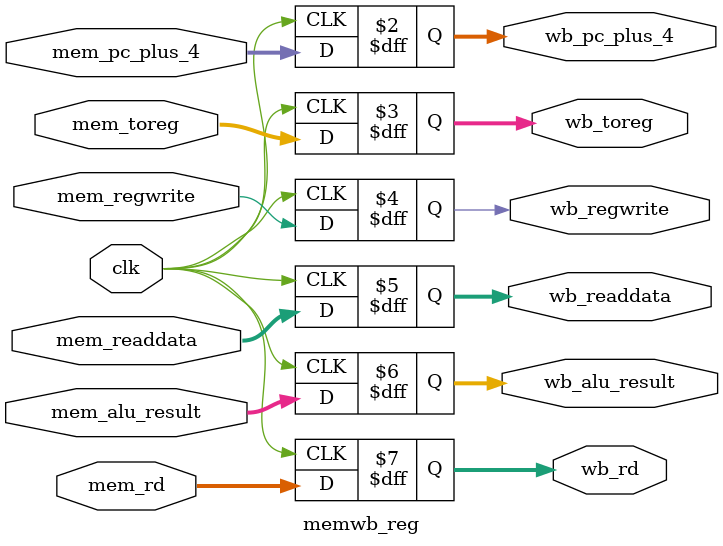
<source format=v>

/* This module is the MEM/WB stage pipeline registers.
*  It takes MEM stage outputs and passes to the WB stage
*/


module memwb_reg #(
  parameter DATA_WIDTH = 32
)(
  input clk,

  //////////////////////////////////////
  // output of mem stage
  //////////////////////////////////////
  input [DATA_WIDTH-1:0] mem_pc_plus_4,

  // wb control
  input [1:0] mem_toreg,
  input mem_regwrite,
  
  input [DATA_WIDTH-1:0] mem_readdata,
  input [DATA_WIDTH-1:0] mem_alu_result,
  input [4:0] mem_rd,
  
  //////////////////////////////////////
  // input to wb stage
  //////////////////////////////////////
  output reg [DATA_WIDTH-1:0] wb_pc_plus_4,

  // wb control
  output reg [1:0] wb_toreg,
  output reg wb_regwrite,
  
  output reg [DATA_WIDTH-1:0] wb_readdata,
  output reg [DATA_WIDTH-1:0] wb_alu_result,
  output reg [4:0] wb_rd
);

//////////////////////////////////////////////////////////////
// Write your code here
//////////////////////////////////////////////////////////////

always @(posedge clk) begin
  wb_pc_plus_4 <= mem_pc_plus_4;
  
  wb_toreg <= mem_toreg;
  wb_regwrite <= mem_regwrite;

  wb_readdata <= mem_readdata;
  wb_alu_result <= mem_alu_result;
  wb_rd <=mem_rd;
end

//////////////////////////////////////////////////////////////

endmodule



</source>
